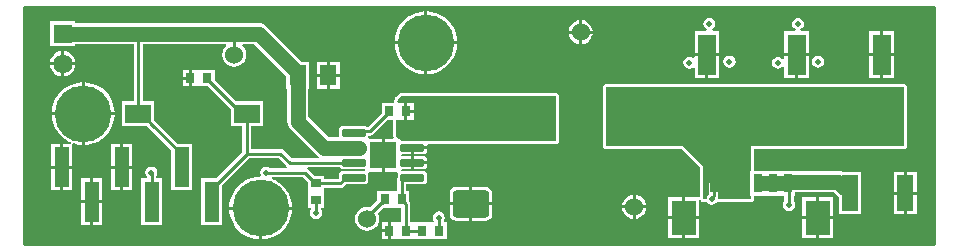
<source format=gtl>
G04*
G04 #@! TF.GenerationSoftware,Altium Limited,Altium Designer,21.8.1 (53)*
G04*
G04 Layer_Physical_Order=1*
G04 Layer_Color=255*
%FSLAX44Y44*%
%MOMM*%
G71*
G04*
G04 #@! TF.SameCoordinates,FBE6A57E-38F0-4EBD-B617-FC09060C68E2*
G04*
G04*
G04 #@! TF.FilePolarity,Positive*
G04*
G01*
G75*
%ADD15C,0.2540*%
%ADD17R,0.8000X0.9000*%
%ADD18R,1.2700X3.4300*%
%ADD19R,2.2000X1.6000*%
%ADD20R,2.1800X1.6000*%
%ADD21R,1.4000X3.0500*%
%ADD22R,1.6000X3.5000*%
%ADD23R,0.8000X1.6000*%
%ADD24R,2.1000X3.0000*%
%ADD25R,1.4000X1.8000*%
G04:AMPARAMS|DCode=26|XSize=1.97mm|YSize=0.6mm|CornerRadius=0.075mm|HoleSize=0mm|Usage=FLASHONLY|Rotation=0.000|XOffset=0mm|YOffset=0mm|HoleType=Round|Shape=RoundedRectangle|*
%AMROUNDEDRECTD26*
21,1,1.9700,0.4500,0,0,0.0*
21,1,1.8200,0.6000,0,0,0.0*
1,1,0.1500,0.9100,-0.2250*
1,1,0.1500,-0.9100,-0.2250*
1,1,0.1500,-0.9100,0.2250*
1,1,0.1500,0.9100,0.2250*
%
%ADD26ROUNDEDRECTD26*%
%ADD27R,0.9000X0.8000*%
%ADD28R,2.9210X3.2512*%
G04:AMPARAMS|DCode=29|XSize=2.33mm|YSize=3.07mm|CornerRadius=0.2913mm|HoleSize=0mm|Usage=FLASHONLY|Rotation=90.000|XOffset=0mm|YOffset=0mm|HoleType=Round|Shape=RoundedRectangle|*
%AMROUNDEDRECTD29*
21,1,2.3300,2.4875,0,0,90.0*
21,1,1.7475,3.0700,0,0,90.0*
1,1,0.5825,1.2437,0.8738*
1,1,0.5825,1.2437,-0.8738*
1,1,0.5825,-1.2437,-0.8738*
1,1,0.5825,-1.2437,0.8738*
%
%ADD29ROUNDEDRECTD29*%
%ADD44R,2.2900X2.2900*%
%ADD45C,1.2700*%
%ADD46C,4.8000*%
%ADD47C,1.5240*%
%ADD48R,1.6500X1.6500*%
%ADD49C,1.6500*%
%ADD50C,0.5000*%
G36*
X770000Y0D02*
X0D01*
Y200000D01*
X770000D01*
Y0D01*
D02*
G37*
%LPC*%
G36*
X472270Y189081D02*
Y180270D01*
X481081D01*
X480899Y181652D01*
X479875Y184124D01*
X478246Y186246D01*
X476124Y187875D01*
X473652Y188899D01*
X472270Y189081D01*
D02*
G37*
G36*
X469730Y189081D02*
X468348Y188899D01*
X465876Y187875D01*
X463754Y186246D01*
X462125Y184124D01*
X461101Y181652D01*
X460919Y180270D01*
X469730D01*
Y189081D01*
D02*
G37*
G36*
X341270Y196522D02*
Y171270D01*
X366522D01*
X366294Y174165D01*
X365319Y178227D01*
X363721Y182086D01*
X361538Y185648D01*
X358825Y188825D01*
X355648Y191538D01*
X352086Y193720D01*
X348227Y195319D01*
X344165Y196294D01*
X341270Y196522D01*
D02*
G37*
G36*
X338730D02*
X335835Y196294D01*
X331773Y195319D01*
X327914Y193720D01*
X324352Y191538D01*
X321175Y188825D01*
X318462Y185648D01*
X316280Y182086D01*
X314681Y178227D01*
X313706Y174165D01*
X313478Y171270D01*
X338730D01*
Y196522D01*
D02*
G37*
G36*
X481081Y177730D02*
X472270D01*
Y168920D01*
X473652Y169102D01*
X476124Y170125D01*
X478246Y171754D01*
X479875Y173876D01*
X480899Y176348D01*
X481081Y177730D01*
D02*
G37*
G36*
X469730D02*
X460919D01*
X461101Y176348D01*
X462125Y173876D01*
X463754Y171754D01*
X465876Y170125D01*
X468348Y169102D01*
X469730Y168920D01*
Y177730D01*
D02*
G37*
G36*
X736540Y180040D02*
X727270D01*
Y161270D01*
X736540D01*
Y180040D01*
D02*
G37*
G36*
X724730D02*
X715460D01*
Y161270D01*
X724730D01*
Y180040D01*
D02*
G37*
G36*
X655000Y191139D02*
X653034Y190748D01*
X651366Y189634D01*
X650252Y187966D01*
X649861Y186000D01*
X650252Y184034D01*
X651366Y182366D01*
X652947Y181310D01*
X652960Y181217D01*
X652207Y180040D01*
X643460D01*
Y161270D01*
X654000D01*
X664540D01*
Y180040D01*
X657793D01*
X657040Y181217D01*
X657053Y181310D01*
X658634Y182366D01*
X659748Y184034D01*
X660139Y186000D01*
X659748Y187966D01*
X658634Y189634D01*
X656966Y190748D01*
X655000Y191139D01*
D02*
G37*
G36*
X580000D02*
X578033Y190748D01*
X576366Y189634D01*
X575252Y187966D01*
X574861Y186000D01*
X575252Y184034D01*
X576366Y182366D01*
X577947Y181310D01*
X577960Y181217D01*
X577207Y180040D01*
X567460D01*
Y161270D01*
X578000D01*
X588540D01*
Y180040D01*
X582793D01*
X582040Y181217D01*
X582053Y181310D01*
X583634Y182366D01*
X584748Y184034D01*
X585139Y186000D01*
X584748Y187966D01*
X583634Y189634D01*
X581967Y190748D01*
X580000Y191139D01*
D02*
G37*
G36*
X576730Y158730D02*
X567460D01*
Y157509D01*
X566190Y156930D01*
X564967Y157748D01*
X563000Y158139D01*
X561034Y157748D01*
X559366Y156634D01*
X558252Y154966D01*
X557861Y153000D01*
X558252Y151033D01*
X559366Y149366D01*
X561034Y148252D01*
X563000Y147861D01*
X564967Y148252D01*
X566190Y149070D01*
X567460Y148491D01*
Y139960D01*
X576730D01*
Y158730D01*
D02*
G37*
G36*
X652730D02*
X643460D01*
Y156186D01*
X642190Y155801D01*
X641634Y156634D01*
X639967Y157748D01*
X638000Y158139D01*
X636034Y157748D01*
X634366Y156634D01*
X633252Y154966D01*
X632861Y153000D01*
X633252Y151033D01*
X634366Y149366D01*
X636034Y148252D01*
X638000Y147861D01*
X639967Y148252D01*
X641634Y149366D01*
X642190Y150199D01*
X643460Y149814D01*
Y139960D01*
X652730D01*
Y158730D01*
D02*
G37*
G36*
X33770Y163016D02*
Y153570D01*
X43216D01*
X43012Y155117D01*
X41925Y157741D01*
X40195Y159995D01*
X37942Y161725D01*
X35317Y162812D01*
X33770Y163016D01*
D02*
G37*
G36*
X31230D02*
X29683Y162812D01*
X27058Y161725D01*
X24804Y159995D01*
X23075Y157741D01*
X21988Y155117D01*
X21784Y153570D01*
X31230D01*
Y163016D01*
D02*
G37*
G36*
X672000Y159139D02*
X670033Y158748D01*
X668366Y157634D01*
X667253Y155967D01*
X666861Y154000D01*
X667253Y152034D01*
X668366Y150366D01*
X670033Y149252D01*
X672000Y148861D01*
X673967Y149252D01*
X675634Y150366D01*
X676748Y152034D01*
X677139Y154000D01*
X676748Y155967D01*
X675634Y157634D01*
X673967Y158748D01*
X672000Y159139D01*
D02*
G37*
G36*
X597000D02*
X595033Y158748D01*
X593366Y157634D01*
X592253Y155967D01*
X591861Y154000D01*
X592253Y152034D01*
X593366Y150366D01*
X595033Y149252D01*
X597000Y148861D01*
X598966Y149252D01*
X600634Y150366D01*
X601748Y152034D01*
X602139Y154000D01*
X601748Y155967D01*
X600634Y157634D01*
X598966Y158748D01*
X597000Y159139D01*
D02*
G37*
G36*
X267040Y154040D02*
X258770D01*
Y143770D01*
X267040D01*
Y154040D01*
D02*
G37*
G36*
X256230D02*
X247960D01*
Y143770D01*
X256230D01*
Y154040D01*
D02*
G37*
G36*
X366522Y168730D02*
X341270D01*
Y143478D01*
X344165Y143706D01*
X348227Y144681D01*
X352086Y146279D01*
X355648Y148462D01*
X358825Y151175D01*
X361538Y154352D01*
X363721Y157914D01*
X365319Y161773D01*
X366294Y165835D01*
X366522Y168730D01*
D02*
G37*
G36*
X338730D02*
X313478D01*
X313706Y165835D01*
X314681Y161773D01*
X316280Y157914D01*
X318462Y154352D01*
X321175Y151175D01*
X324352Y148462D01*
X327914Y146279D01*
X331773Y144681D01*
X335835Y143706D01*
X338730Y143478D01*
Y168730D01*
D02*
G37*
G36*
X43216Y151030D02*
X33770D01*
Y141584D01*
X35317Y141788D01*
X37942Y142875D01*
X40195Y144605D01*
X41925Y146859D01*
X43012Y149483D01*
X43216Y151030D01*
D02*
G37*
G36*
X31230D02*
X21784D01*
X21988Y149483D01*
X23075Y146859D01*
X24804Y144605D01*
X27058Y142875D01*
X29683Y141788D01*
X31230Y141584D01*
Y151030D01*
D02*
G37*
G36*
X139230Y147040D02*
X133960D01*
Y141270D01*
X139230D01*
Y147040D01*
D02*
G37*
G36*
X736540Y158730D02*
X727270D01*
Y139960D01*
X736540D01*
Y158730D01*
D02*
G37*
G36*
X724730D02*
X715460D01*
Y139960D01*
X724730D01*
Y158730D01*
D02*
G37*
G36*
X664540Y158730D02*
X655270D01*
Y139960D01*
X664540D01*
Y158730D01*
D02*
G37*
G36*
X588540D02*
X579270D01*
Y139960D01*
X588540D01*
Y158730D01*
D02*
G37*
G36*
X139230Y138730D02*
X133960D01*
Y132960D01*
X139230D01*
Y138730D01*
D02*
G37*
G36*
X267040Y141230D02*
X258770D01*
Y130960D01*
X267040D01*
Y141230D01*
D02*
G37*
G36*
X256230D02*
X247960D01*
Y130960D01*
X256230D01*
Y141230D01*
D02*
G37*
G36*
X51270Y136522D02*
Y111270D01*
X76522D01*
X76294Y114165D01*
X75319Y118227D01*
X73720Y122086D01*
X71538Y125648D01*
X68825Y128825D01*
X65648Y131538D01*
X62086Y133721D01*
X58227Y135319D01*
X54165Y136294D01*
X51270Y136522D01*
D02*
G37*
G36*
X48730D02*
X45835Y136294D01*
X41773Y135319D01*
X37914Y133721D01*
X34352Y131538D01*
X31175Y128825D01*
X28462Y125648D01*
X26280Y122086D01*
X24681Y118227D01*
X23706Y114165D01*
X23478Y111270D01*
X48730D01*
Y136522D01*
D02*
G37*
G36*
X76522Y108730D02*
X51270D01*
Y83478D01*
X54165Y83706D01*
X58227Y84681D01*
X62086Y86280D01*
X65648Y88462D01*
X68825Y91175D01*
X71538Y94352D01*
X73720Y97914D01*
X75319Y101773D01*
X76294Y105835D01*
X76522Y108730D01*
D02*
G37*
G36*
X48730D02*
X23478D01*
X23706Y105835D01*
X24681Y101773D01*
X26280Y97914D01*
X28462Y94352D01*
X31175Y91175D01*
X34352Y88462D01*
X37914Y86280D01*
X39651Y85560D01*
X39398Y84290D01*
X39290Y84290D01*
X32770D01*
Y65870D01*
X40390D01*
X40390Y83879D01*
X40659Y84120D01*
X41707Y84708D01*
X41773Y84681D01*
X45835Y83706D01*
X48730Y83478D01*
Y108730D01*
D02*
G37*
G36*
X340900Y79862D02*
X329716D01*
Y75528D01*
X337546D01*
X338830Y75783D01*
X339918Y76510D01*
X340645Y77598D01*
X340900Y78882D01*
Y79862D01*
D02*
G37*
G36*
X43290Y188490D02*
X21710D01*
Y166910D01*
X43290D01*
Y168733D01*
X92665D01*
Y120540D01*
X83010D01*
Y99460D01*
X103546D01*
X124210Y78796D01*
Y44910D01*
X141990D01*
Y84290D01*
X129704D01*
X110090Y103904D01*
Y120540D01*
X100435D01*
Y168733D01*
X170470D01*
X170879Y167531D01*
X170508Y167246D01*
X168879Y165124D01*
X167855Y162652D01*
X167506Y160000D01*
X167855Y157348D01*
X168879Y154876D01*
X170508Y152754D01*
X172630Y151125D01*
X175102Y150101D01*
X177754Y149752D01*
X180406Y150101D01*
X182878Y151125D01*
X185000Y152754D01*
X186629Y154876D01*
X187652Y157348D01*
X188002Y160000D01*
X187652Y162652D01*
X186629Y165124D01*
X185000Y167246D01*
X184629Y167531D01*
X185038Y168733D01*
X194586D01*
X221960Y141359D01*
Y130960D01*
X222533D01*
Y103500D01*
X222839Y101179D01*
X223735Y99017D01*
X225160Y97160D01*
X225274Y97072D01*
X225362Y96957D01*
X247528Y74792D01*
X249098Y73587D01*
X248770Y72317D01*
X226177D01*
X219597Y78897D01*
X218337Y79739D01*
X216850Y80035D01*
X192335D01*
Y99460D01*
X201890D01*
Y120540D01*
X182095D01*
X181720Y120615D01*
X178879D01*
X161040Y138454D01*
Y147040D01*
X148310D01*
X147960Y147040D01*
X147040D01*
X146690Y147040D01*
X141770D01*
Y140000D01*
Y132960D01*
X146690D01*
X147040Y132960D01*
X147960D01*
X148310Y132960D01*
X155546D01*
X174523Y113983D01*
X175010Y113658D01*
Y99460D01*
X184565D01*
Y77759D01*
X161896Y55090D01*
X149610D01*
Y15710D01*
X167390D01*
Y49596D01*
X190059Y72265D01*
X215241D01*
X221821Y65685D01*
X222615Y65155D01*
X222230Y63885D01*
X208258D01*
X206966Y64748D01*
X205000Y65139D01*
X203034Y64748D01*
X201366Y63634D01*
X200252Y61967D01*
X199861Y60000D01*
X200252Y58033D01*
X200474Y57702D01*
X199685Y56597D01*
X195835Y56294D01*
X191773Y55319D01*
X187914Y53720D01*
X184352Y51538D01*
X181175Y48825D01*
X178462Y45648D01*
X176280Y42086D01*
X174681Y38227D01*
X173706Y34165D01*
X173478Y31270D01*
X226522D01*
X226294Y34165D01*
X225319Y38227D01*
X223720Y42086D01*
X221538Y45648D01*
X218825Y48825D01*
X215648Y51538D01*
X212086Y53720D01*
X209370Y54845D01*
X209623Y56115D01*
X235891D01*
X239960Y52046D01*
Y44810D01*
X239960Y44460D01*
Y43540D01*
X239960Y43190D01*
Y30460D01*
X243115D01*
Y29113D01*
X242252Y27821D01*
X241861Y25855D01*
X242252Y23888D01*
X243366Y22221D01*
X245033Y21107D01*
X247000Y20716D01*
X248967Y21107D01*
X250634Y22221D01*
X251748Y23888D01*
X252139Y25855D01*
X251748Y27821D01*
X250885Y29113D01*
Y30460D01*
X254040D01*
Y43190D01*
X254040Y43540D01*
Y44460D01*
X254040Y44810D01*
Y47115D01*
X267364D01*
X268850Y47411D01*
X270111Y48253D01*
X271985Y50128D01*
X288046D01*
X289330Y50383D01*
X290418Y51110D01*
X291145Y52198D01*
X291400Y53482D01*
Y57982D01*
X291145Y59266D01*
X290974Y59522D01*
X291653Y60792D01*
X302426D01*
Y74782D01*
Y88772D01*
X291653D01*
X290974Y90042D01*
X291145Y90298D01*
X291329Y91221D01*
X292606D01*
X294093Y91517D01*
X295353Y92359D01*
X307954Y104960D01*
X311223D01*
X312409Y104420D01*
X312410Y104420D01*
Y91000D01*
X312601Y90042D01*
X312607Y90007D01*
X311906Y88772D01*
X304966D01*
Y74782D01*
Y60792D01*
X315739D01*
X316418Y59522D01*
X316247Y59266D01*
X315991Y57982D01*
Y55243D01*
X315911Y55123D01*
X315615Y53636D01*
Y44540D01*
X313310D01*
X312960Y44540D01*
X312040D01*
X311690Y44540D01*
X298960D01*
Y36454D01*
X293259Y30752D01*
X292906Y30898D01*
X290254Y31248D01*
X287602Y30898D01*
X285130Y29875D01*
X283008Y28246D01*
X281379Y26124D01*
X280355Y23652D01*
X280006Y21000D01*
X280355Y18348D01*
X281379Y15876D01*
X283008Y13754D01*
X285130Y12125D01*
X287602Y11101D01*
X290254Y10752D01*
X292906Y11101D01*
X295378Y12125D01*
X297500Y13754D01*
X299129Y15876D01*
X300152Y18348D01*
X300502Y21000D01*
X300152Y23652D01*
X299272Y25778D01*
X303954Y30460D01*
X311690D01*
X312040Y30460D01*
X312960D01*
X313310Y30460D01*
X319115D01*
Y18040D01*
X316810D01*
X316460Y18040D01*
X315540D01*
X315190Y18040D01*
X310270D01*
Y11000D01*
Y3960D01*
X315190D01*
X315540Y3960D01*
X316460D01*
X316810Y3960D01*
X329540D01*
Y3960D01*
X330460D01*
Y3960D01*
X343190D01*
X343540Y3960D01*
X344460D01*
X344810Y3960D01*
X357540D01*
Y18040D01*
X355943D01*
X355264Y19310D01*
X355747Y20034D01*
X356139Y22000D01*
X355747Y23967D01*
X354634Y25634D01*
X352966Y26748D01*
X351000Y27139D01*
X349034Y26748D01*
X347366Y25634D01*
X346252Y23967D01*
X345861Y22000D01*
X346252Y20034D01*
X346736Y19310D01*
X346057Y18040D01*
X343540Y18040D01*
X343190Y18040D01*
X330460D01*
Y18040D01*
X329540D01*
Y18040D01*
X326885D01*
Y33500D01*
X326589Y34987D01*
X326040Y35808D01*
Y44540D01*
X323385D01*
Y50128D01*
X337546D01*
X338830Y50383D01*
X339918Y51110D01*
X340645Y52198D01*
X340900Y53482D01*
Y57982D01*
X340645Y59266D01*
X339918Y60354D01*
X338830Y61081D01*
X337546Y61336D01*
X319346D01*
X318969Y62031D01*
X319937Y62828D01*
X327176D01*
Y68432D01*
Y74036D01*
X319346D01*
X318969Y74731D01*
X319937Y75528D01*
X327176D01*
Y81132D01*
X328446D01*
Y82402D01*
X340900D01*
Y83382D01*
X340891Y83428D01*
X341697Y84410D01*
X450000D01*
X450991Y84607D01*
X451831Y85169D01*
X452393Y86009D01*
X452590Y87000D01*
Y125000D01*
X452393Y125991D01*
X451831Y126831D01*
X450991Y127393D01*
X450000Y127590D01*
X319000D01*
X318009Y127393D01*
X317169Y126831D01*
X314398Y124060D01*
X314247Y123835D01*
X314058Y123641D01*
X313969Y123419D01*
X313836Y123220D01*
X313783Y122954D01*
X313683Y122703D01*
X313544Y121959D01*
X313373Y121686D01*
X313308Y121515D01*
X313202Y121365D01*
X313130Y121047D01*
X313014Y120742D01*
X313019Y120559D01*
X312978Y120380D01*
X312990Y120310D01*
X312596Y119598D01*
X312227Y119209D01*
X311964Y119040D01*
X302460D01*
Y110454D01*
X290997Y98991D01*
X289615D01*
X289330Y99181D01*
X288046Y99437D01*
X269846D01*
X268562Y99181D01*
X267474Y98454D01*
X266747Y97366D01*
X266492Y96082D01*
Y91582D01*
X266534Y91369D01*
X265492Y90099D01*
X257582D01*
X240467Y107214D01*
Y130960D01*
X241040D01*
Y154040D01*
X234641D01*
X204640Y184040D01*
X202783Y185465D01*
X200621Y186361D01*
X198300Y186667D01*
X43290D01*
Y188490D01*
D02*
G37*
G36*
X337546Y74036D02*
X329716D01*
Y69702D01*
X340900D01*
Y70682D01*
X340645Y71966D01*
X339918Y73054D01*
X338830Y73781D01*
X337546Y74036D01*
D02*
G37*
G36*
X91190Y84290D02*
X83570D01*
Y65870D01*
X91190D01*
Y84290D01*
D02*
G37*
G36*
X81030D02*
X73410D01*
Y65870D01*
X81030D01*
Y84290D01*
D02*
G37*
G36*
X30230D02*
X22610D01*
Y65870D01*
X30230D01*
Y84290D01*
D02*
G37*
G36*
X340900Y67162D02*
X329716D01*
Y62828D01*
X337546D01*
X338830Y63083D01*
X339918Y63810D01*
X340645Y64898D01*
X340900Y66182D01*
Y67162D01*
D02*
G37*
G36*
X91190Y63330D02*
X83570D01*
Y44910D01*
X91190D01*
Y63330D01*
D02*
G37*
G36*
X81030D02*
X73410D01*
Y44910D01*
X81030D01*
Y63330D01*
D02*
G37*
G36*
X40390D02*
X32770D01*
Y44910D01*
X40390D01*
X40390Y63330D01*
D02*
G37*
G36*
X30230D02*
X22610D01*
Y44910D01*
X30230D01*
Y63330D01*
D02*
G37*
G36*
X755540Y60290D02*
X747270D01*
Y43770D01*
X755540D01*
Y60290D01*
D02*
G37*
G36*
X744730D02*
X736460D01*
Y43770D01*
X744730D01*
Y60290D01*
D02*
G37*
G36*
X65790Y55090D02*
X58170D01*
Y36670D01*
X65790D01*
Y55090D01*
D02*
G37*
G36*
X55630D02*
X48010D01*
Y36670D01*
X55630D01*
Y55090D01*
D02*
G37*
G36*
X390438Y47997D02*
X379270D01*
Y34970D01*
X395997D01*
Y42438D01*
X395574Y44565D01*
X394369Y46368D01*
X392565Y47574D01*
X390438Y47997D01*
D02*
G37*
G36*
X376730D02*
X365563D01*
X363435Y47574D01*
X361632Y46368D01*
X360426Y44565D01*
X360003Y42438D01*
Y34970D01*
X376730D01*
Y47997D01*
D02*
G37*
G36*
X517524Y41080D02*
Y32270D01*
X526334D01*
X526152Y33652D01*
X525129Y36124D01*
X523500Y38246D01*
X521378Y39875D01*
X518906Y40898D01*
X517524Y41080D01*
D02*
G37*
G36*
X514984Y41080D02*
X513602Y40898D01*
X511130Y39875D01*
X509008Y38246D01*
X507379Y36124D01*
X506356Y33652D01*
X506174Y32270D01*
X514984D01*
Y41080D01*
D02*
G37*
G36*
X755540Y41230D02*
X747270D01*
Y24710D01*
X755540D01*
Y41230D01*
D02*
G37*
G36*
X744730D02*
X736460D01*
Y24710D01*
X744730D01*
Y41230D01*
D02*
G37*
G36*
X745000Y135090D02*
X492500D01*
X491509Y134893D01*
X490669Y134331D01*
X490107Y133491D01*
X489910Y132500D01*
Y82500D01*
X490107Y81509D01*
X490669Y80669D01*
X491509Y80107D01*
X492500Y79910D01*
X556427D01*
X572410Y63927D01*
Y39902D01*
X571290Y39540D01*
X571140Y39540D01*
X559520D01*
Y23270D01*
X571290D01*
Y36622D01*
X572560Y36747D01*
X572607Y36509D01*
X573169Y35669D01*
X574009Y35107D01*
X575000Y34910D01*
X577693D01*
X577819Y34935D01*
X577881Y34929D01*
X578301Y34301D01*
X579968Y33187D01*
X581934Y32796D01*
X583901Y33187D01*
X585568Y34301D01*
X586342Y35459D01*
X586604Y35319D01*
X586920Y35107D01*
X587046Y35082D01*
X587160Y35022D01*
X587538Y34985D01*
X587911Y34910D01*
X615000D01*
X615991Y35107D01*
X616831Y35669D01*
X617393Y36509D01*
X617590Y37500D01*
Y40460D01*
X643615D01*
Y35758D01*
X642752Y34467D01*
X642361Y32500D01*
X642752Y30533D01*
X643866Y28866D01*
X645534Y27752D01*
X647500Y27361D01*
X649466Y27752D01*
X651134Y28866D01*
X652248Y30533D01*
X652639Y32500D01*
X652248Y34467D01*
X651385Y35758D01*
Y40460D01*
X652790D01*
Y43533D01*
X685286D01*
X689460Y39359D01*
Y24710D01*
X708540D01*
Y60290D01*
X693424D01*
X691321Y61161D01*
X689000Y61467D01*
X652790D01*
Y61540D01*
X617590D01*
Y79910D01*
X745000D01*
X745991Y80107D01*
X746831Y80669D01*
X747393Y81509D01*
X747590Y82500D01*
Y132500D01*
X747393Y133491D01*
X746831Y134331D01*
X745991Y134893D01*
X745000Y135090D01*
D02*
G37*
G36*
X684790Y39540D02*
X673020D01*
Y23270D01*
X684790D01*
Y39540D01*
D02*
G37*
G36*
X670480D02*
X658710D01*
Y23270D01*
X670480D01*
Y39540D01*
D02*
G37*
G36*
X556980D02*
X545210D01*
Y23270D01*
X556980D01*
Y39540D01*
D02*
G37*
G36*
X514984Y29730D02*
X506174D01*
X506356Y28348D01*
X507379Y25876D01*
X509008Y23754D01*
X511130Y22125D01*
X513602Y21102D01*
X514984Y20919D01*
Y29730D01*
D02*
G37*
G36*
X526334D02*
X517524D01*
Y20919D01*
X518906Y21102D01*
X521378Y22125D01*
X523500Y23754D01*
X525129Y25876D01*
X526152Y28348D01*
X526334Y29730D01*
D02*
G37*
G36*
X395997Y32430D02*
X379270D01*
Y19403D01*
X390438D01*
X392565Y19826D01*
X394369Y21031D01*
X395574Y22835D01*
X395997Y24962D01*
Y32430D01*
D02*
G37*
G36*
X376730D02*
X360003D01*
Y24962D01*
X360426Y22835D01*
X361632Y21031D01*
X363435Y19826D01*
X365563Y19403D01*
X376730D01*
Y32430D01*
D02*
G37*
G36*
X107500Y65139D02*
X105534Y64748D01*
X103866Y63634D01*
X102752Y61967D01*
X102361Y60000D01*
X102752Y58033D01*
X103815Y56443D01*
Y55090D01*
X98810D01*
Y15710D01*
X116590D01*
Y55090D01*
X111585D01*
Y57041D01*
X112248Y58033D01*
X112639Y60000D01*
X112248Y61967D01*
X111134Y63634D01*
X109466Y64748D01*
X107500Y65139D01*
D02*
G37*
G36*
X65790Y34130D02*
X58170D01*
Y15710D01*
X65790D01*
Y34130D01*
D02*
G37*
G36*
X55630D02*
X48010D01*
Y15710D01*
X55630D01*
Y34130D01*
D02*
G37*
G36*
X307730Y18040D02*
X302460D01*
Y12270D01*
X307730D01*
Y18040D01*
D02*
G37*
G36*
X684790Y20730D02*
X673020D01*
Y4460D01*
X684790D01*
Y20730D01*
D02*
G37*
G36*
X670480D02*
X658710D01*
Y4460D01*
X670480D01*
Y20730D01*
D02*
G37*
G36*
X571290D02*
X559520D01*
Y4460D01*
X571290D01*
Y20730D01*
D02*
G37*
G36*
X556980D02*
X545210D01*
Y4460D01*
X556980D01*
Y20730D01*
D02*
G37*
G36*
X307730Y9730D02*
X302460D01*
Y3960D01*
X307730D01*
Y9730D01*
D02*
G37*
G36*
X226522Y28730D02*
X201270D01*
Y3478D01*
X204165Y3706D01*
X208227Y4681D01*
X212086Y6280D01*
X215648Y8462D01*
X218825Y11175D01*
X221538Y14352D01*
X223720Y17914D01*
X225319Y21773D01*
X226294Y25835D01*
X226522Y28730D01*
D02*
G37*
G36*
X198730D02*
X173478D01*
X173706Y25835D01*
X174681Y21773D01*
X176280Y17914D01*
X178462Y14352D01*
X181175Y11175D01*
X184352Y8462D01*
X187914Y6280D01*
X191773Y4681D01*
X195835Y3706D01*
X198730Y3478D01*
Y28730D01*
D02*
G37*
%LPD*%
G36*
X450000Y87000D02*
X319000D01*
X317686Y88314D01*
Y88772D01*
X317228D01*
X315000Y91000D01*
Y104420D01*
X315540Y104960D01*
X316460D01*
X316810Y104960D01*
X321730D01*
Y112000D01*
Y119040D01*
X316810D01*
X316054Y119040D01*
X315567Y120310D01*
X316000Y121000D01*
X316000D01*
X316229Y122229D01*
X319000Y125000D01*
X450000D01*
Y87000D01*
D02*
G37*
G36*
X267474Y63810D02*
X268562Y63083D01*
X269846Y62828D01*
X288046D01*
X288422Y62133D01*
X287455Y61336D01*
X269846D01*
X268562Y61081D01*
X267474Y60354D01*
X266747Y59266D01*
X266492Y57982D01*
Y55621D01*
X265755Y54885D01*
X254040D01*
Y57540D01*
X245454D01*
X240247Y62747D01*
X239453Y63277D01*
X239838Y64547D01*
X266981D01*
X267474Y63810D01*
D02*
G37*
%LPC*%
G36*
X324270Y119040D02*
Y113270D01*
X329540D01*
Y119040D01*
X324270D01*
D02*
G37*
G36*
X329540Y110730D02*
X324270D01*
Y104960D01*
X329540D01*
Y110730D01*
D02*
G37*
%LPD*%
G36*
X745000Y82500D02*
X615000D01*
Y61540D01*
X614710D01*
Y40460D01*
X615000D01*
Y37500D01*
X587911D01*
X587233Y38770D01*
X587339Y38929D01*
X587635Y40416D01*
Y51000D01*
X587339Y52487D01*
X586497Y53747D01*
X585237Y54589D01*
X583750Y54885D01*
X582263Y54589D01*
X581003Y53747D01*
X580161Y52487D01*
X579865Y51000D01*
Y42025D01*
X579188Y41347D01*
X578345Y40087D01*
X578050Y38600D01*
Y37934D01*
X577693Y37500D01*
X575000D01*
Y65000D01*
X557500Y82500D01*
X492500D01*
Y132500D01*
X745000D01*
Y82500D01*
D02*
G37*
D15*
X581934Y37934D02*
Y38600D01*
X583750Y40416D02*
Y51000D01*
X581934Y38600D02*
X583750Y40416D01*
X351000Y11000D02*
Y22000D01*
X323000Y11000D02*
X337000D01*
X319500Y37000D02*
X323000Y33500D01*
Y11000D02*
Y33500D01*
X319500Y37000D02*
Y37500D01*
X290254Y21000D02*
Y22254D01*
X302270Y34270D02*
X302770D01*
X305500Y37000D02*
Y37500D01*
X302770Y34270D02*
X305500Y37000D01*
X290254Y22254D02*
X302270Y34270D01*
X177754Y160000D02*
Y177446D01*
X177500Y177700D02*
X177754Y177446D01*
X267364Y51000D02*
X272096Y55732D01*
X278946D01*
X247000Y51000D02*
X267364D01*
X246500D02*
X247000D01*
X237500Y60000D02*
X246500Y51000D01*
X205000Y60000D02*
X237500D01*
X107500D02*
X107700Y59800D01*
Y35400D02*
Y59800D01*
X96550Y110000D02*
X99550D01*
X133100Y64600D02*
Y75400D01*
X106280Y102220D02*
X133100Y75400D01*
X106280Y102220D02*
Y103270D01*
X99550Y110000D02*
X106280Y103270D01*
X646250Y51000D02*
X647500Y49750D01*
Y32500D02*
Y49750D01*
X247000Y25855D02*
Y37000D01*
X321596Y55732D02*
X328446D01*
X319500Y37500D02*
Y53636D01*
X321596Y55732D01*
X292606Y95106D02*
X309000Y111500D01*
X278946Y93832D02*
X280220Y95106D01*
X292606D01*
X309000Y111500D02*
Y112000D01*
X224568Y68432D02*
X278946D01*
X216850Y76150D02*
X224568Y68432D01*
X188450Y76150D02*
X216850D01*
X158500Y46200D02*
X188450Y76150D01*
Y110000D01*
X158500Y35400D02*
Y46200D01*
X177270Y116730D02*
X181720D01*
X188450Y110000D01*
X154500Y139500D02*
Y140000D01*
Y139500D02*
X177270Y116730D01*
X96000Y177700D02*
X96550Y177150D01*
Y110000D02*
Y177150D01*
X0Y0D02*
X770000D01*
X0Y200000D02*
X770000D01*
Y0D02*
Y200000D01*
X0Y0D02*
Y200000D01*
D17*
X323000Y11000D02*
D03*
X309000D02*
D03*
X351000D02*
D03*
X337000D02*
D03*
X309000Y112000D02*
D03*
X323000D02*
D03*
X154500Y140000D02*
D03*
X140500D02*
D03*
X305500Y37500D02*
D03*
X319500D02*
D03*
D18*
X31500Y64600D02*
D03*
X56900Y35400D02*
D03*
X82300Y64600D02*
D03*
X107700Y35400D02*
D03*
X133100Y64600D02*
D03*
X158500Y35400D02*
D03*
D19*
X96550Y110000D02*
D03*
D20*
X188450D02*
D03*
D21*
X746000Y42500D02*
D03*
X699000D02*
D03*
D22*
X726000Y160000D02*
D03*
Y104000D02*
D03*
X654000Y160000D02*
D03*
Y104000D02*
D03*
X578000Y160000D02*
D03*
Y104000D02*
D03*
D23*
X583750Y51000D02*
D03*
X596250D02*
D03*
X621250D02*
D03*
X633750D02*
D03*
X646250D02*
D03*
X608750D02*
D03*
D24*
X671750Y22000D02*
D03*
X558250D02*
D03*
D25*
X231500Y142500D02*
D03*
X257500D02*
D03*
D26*
X328446Y93832D02*
D03*
Y81132D02*
D03*
Y68432D02*
D03*
Y55732D02*
D03*
X278946D02*
D03*
Y68432D02*
D03*
Y81132D02*
D03*
Y93832D02*
D03*
D27*
X247000Y37000D02*
D03*
Y51000D02*
D03*
D28*
X430000Y105000D02*
D03*
X515598D02*
D03*
D29*
X378000Y101000D02*
D03*
Y33700D02*
D03*
D44*
X303696Y74782D02*
D03*
D45*
X177500Y177700D02*
X198300D01*
X96000D02*
X177500D01*
X689000Y52500D02*
X699000Y42500D01*
X647750Y52500D02*
X689000D01*
X646250Y51000D02*
X647750Y52500D01*
X231703Y103297D02*
X253868Y81132D01*
X633750Y51000D02*
X646250D01*
X625000D02*
X633750D01*
X32500Y177700D02*
X96000D01*
X278946Y81132D02*
X283000D01*
X253868D02*
X278946D01*
X231500Y103500D02*
Y142500D01*
Y144500D01*
X198300Y177700D02*
X231500Y144500D01*
D46*
X200000Y30000D02*
D03*
X50000Y110000D02*
D03*
X340000Y170000D02*
D03*
D47*
X690000Y92500D02*
D03*
X177754Y160000D02*
D03*
X290254Y21000D02*
D03*
X516254Y31000D02*
D03*
X471000Y179000D02*
D03*
D48*
X32500Y177700D02*
D03*
D49*
Y152300D02*
D03*
D50*
X581934Y37934D02*
D03*
X538000Y20000D02*
D03*
X575000Y12500D02*
D03*
X425000Y18310D02*
D03*
X475000D02*
D03*
X525000D02*
D03*
X351000Y22000D02*
D03*
X750000Y162500D02*
D03*
X725000Y12500D02*
D03*
X700000Y162500D02*
D03*
X600000D02*
D03*
X550000D02*
D03*
Y62500D02*
D03*
X500000Y162500D02*
D03*
X475000Y112500D02*
D03*
X500000Y62500D02*
D03*
X450000Y162500D02*
D03*
Y62500D02*
D03*
X400000Y162500D02*
D03*
Y62500D02*
D03*
X350000D02*
D03*
X300000Y162500D02*
D03*
X275000Y112500D02*
D03*
Y12500D02*
D03*
X250000Y162500D02*
D03*
X225000Y12500D02*
D03*
X175000D02*
D03*
X150000Y162500D02*
D03*
X125000Y112500D02*
D03*
Y12500D02*
D03*
X100000Y62500D02*
D03*
X75000Y12500D02*
D03*
X50000Y162500D02*
D03*
X25000Y12500D02*
D03*
X205000Y60000D02*
D03*
X107500D02*
D03*
X580000Y186000D02*
D03*
X597000Y154000D02*
D03*
X563000Y153000D02*
D03*
X655000Y186000D02*
D03*
X672000Y154000D02*
D03*
X638000Y153000D02*
D03*
X709000D02*
D03*
X743000Y154000D02*
D03*
X726000Y186000D02*
D03*
X731000Y40000D02*
D03*
X746000Y17000D02*
D03*
X745000Y65000D02*
D03*
X761000Y31000D02*
D03*
X692000Y18000D02*
D03*
X576000Y20000D02*
D03*
X557000Y43000D02*
D03*
X357000Y46000D02*
D03*
X398000Y48000D02*
D03*
X309000Y24000D02*
D03*
X402000Y26000D02*
D03*
X379000Y53000D02*
D03*
X305000Y57000D02*
D03*
X306000Y92000D02*
D03*
X344000Y68000D02*
D03*
Y80000D02*
D03*
X257500Y157500D02*
D03*
X140000Y152500D02*
D03*
X47500Y67500D02*
D03*
X57500Y60000D02*
D03*
X82500Y40000D02*
D03*
X647500Y32500D02*
D03*
X247000Y25855D02*
D03*
X231804Y103398D02*
D03*
M02*

</source>
